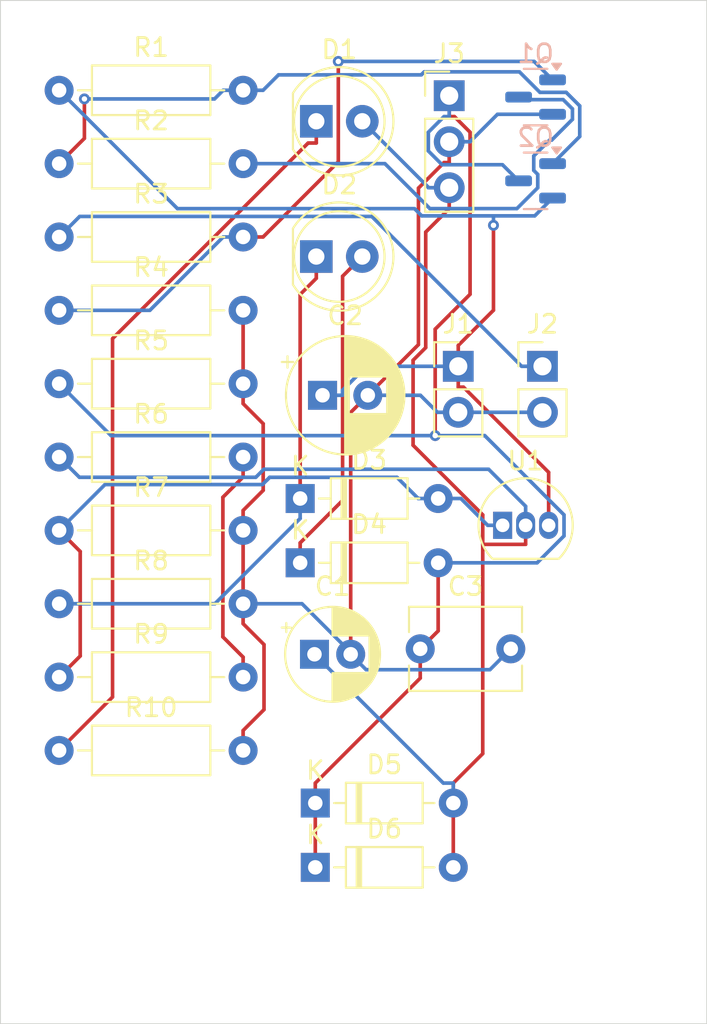
<source format=kicad_pcb>
(kicad_pcb (version 20241229) (generator "pcbnew") (generator_version "9.0")
  (layers (0 "F.Cu" signal) (2 "B.Cu" signal) (5 "F.SilkS" user "F.Silkscreen") (7 "B.SilkS" user "B.Silkscreen") (3 "B.Mask" user) (25 "Edge.Cuts" user))
  (net 0 "")
  (net 1 "Net-(D1-A)")
  (net 2 "GND")
  (net 3 "Net-(J1-Pin_1)")
  (net 4 "Net-(D4-A)")
  (net 5 "Net-(D1-K)")
  (net 6 "Net-(D2-K)")
  (net 7 "Net-(D2-A)")
  (net 8 "Net-(Q1-C)")
  (net 9 "Net-(D3-A)")
  (net 10 "Net-(J2-Pin_1)")
  (net 11 "Net-(Q1-B)")
  (net 12 "Net-(Q2-G)")
  (net 13 "Net-(R6-Pad2)")
  (footprint "Resistor_THT:R_Axial_DIN0207_L6.3mm_D2.5mm_P10.16mm_Horizontal" (layer "F.Cu") (at 18.24 48.31)
    (property "Reference" "R8" (at 5.08 -2.37 0) (layer "F.SilkS"))
    (property "Value" "3.3K")
    (pad "1" thru_hole circle (at 0 0) (size 1.6 1.6) (drill 0.8) (layers "*.Cu" "*.Mask") (net 6 "Net-(D2-K)"))
    (pad "2" thru_hole oval (at 10.16 0) (size 1.6 1.6) (drill 0.8) (layers "*.Cu" "*.Mask") (net 2 "GND"))
  )
  (footprint "Capacitor_THT:CP_Radial_D5.0mm_P2.00mm" (layer "F.Cu") (at 32.3398 51.1)
    (property "Reference" "C1" (at 1 -3.75 0) (layer "F.SilkS"))
    (property "Value" "4.7uF 25V")
    (pad "1" thru_hole rect (at 0 0) (size 1.6 1.6) (drill 0.8) (layers "*.Cu" "*.Mask") (net 1 "Net-(D1-A)"))
    (pad "2" thru_hole circle (at 2 0) (size 1.6 1.6) (drill 0.8) (layers "*.Cu" "*.Mask") (net 2 "GND"))
  )
  (footprint "Resistor_THT:R_Axial_DIN0207_L6.3mm_D2.5mm_P10.16mm_Horizontal" (layer "F.Cu") (at 18.24 56.41)
    (property "Reference" "R10" (at 5.08 -2.37 0) (layer "F.SilkS"))
    (property "Value" "820")
    (pad "1" thru_hole circle (at 0 0) (size 1.6 1.6) (drill 0.8) (layers "*.Cu" "*.Mask") (net 5 "Net-(D1-K)"))
    (pad "2" thru_hole oval (at 10.16 0) (size 1.6 1.6) (drill 0.8) (layers "*.Cu" "*.Mask") (net 2 "GND"))
  )
  (footprint "Resistor_THT:R_Axial_DIN0207_L6.3mm_D2.5mm_P10.16mm_Horizontal" (layer "F.Cu") (at 18.24 44.26)
    (property "Reference" "R7" (at 5.08 -2.37 0) (layer "F.SilkS"))
    (property "Value" "820")
    (pad "1" thru_hole circle (at 0 0) (size 1.6 1.6) (drill 0.8) (layers "*.Cu" "*.Mask") (net 9 "Net-(D3-A)"))
    (pad "2" thru_hole oval (at 10.16 0) (size 1.6 1.6) (drill 0.8) (layers "*.Cu" "*.Mask") (net 2 "GND"))
  )
  (footprint "Resistor_THT:R_Axial_DIN0207_L6.3mm_D2.5mm_P10.16mm_Horizontal" (layer "F.Cu") (at 18.24 28.06)
    (property "Reference" "R3" (at 5.08 -2.37 0) (layer "F.SilkS"))
    (property "Value" "3.3K")
    (pad "1" thru_hole circle (at 0 0) (size 1.6 1.6) (drill 0.8) (layers "*.Cu" "*.Mask") (net 10 "Net-(J2-Pin_1)"))
    (pad "2" thru_hole oval (at 10.16 0) (size 1.6 1.6) (drill 0.8) (layers "*.Cu" "*.Mask") (net 11 "Net-(Q1-B)"))
  )
  (footprint "Resistor_THT:R_Axial_DIN0207_L6.3mm_D2.5mm_P10.16mm_Horizontal" (layer "F.Cu") (at 18.24 32.11)
    (property "Reference" "R4" (at 5.08 -2.37 0) (layer "F.SilkS"))
    (property "Value" "2.7K")
    (pad "1" thru_hole circle (at 0 0) (size 1.6 1.6) (drill 0.8) (layers "*.Cu" "*.Mask") (net 11 "Net-(Q1-B)"))
    (pad "2" thru_hole oval (at 10.16 0) (size 1.6 1.6) (drill 0.8) (layers "*.Cu" "*.Mask") (net 2 "GND"))
  )
  (footprint "Resistor_THT:R_Axial_DIN0207_L6.3mm_D2.5mm_P10.16mm_Horizontal" (layer "F.Cu") (at 18.24 19.96)
    (property "Reference" "R1" (at 5.08 -2.37 0) (layer "F.SilkS"))
    (property "Value" "2.7K")
    (pad "1" thru_hole circle (at 0 0) (size 1.6 1.6) (drill 0.8) (layers "*.Cu" "*.Mask") (net 3 "Net-(J1-Pin_1)"))
    (pad "2" thru_hole oval (at 10.16 0) (size 1.6 1.6) (drill 0.8) (layers "*.Cu" "*.Mask") (net 12 "Net-(Q2-G)"))
  )
  (footprint "Connector_PinHeader_2.54mm:PinHeader_1x02_P2.54mm_Vertical" (layer "F.Cu") (at 44.93 35.2)
    (property "Reference" "J2" (at 0 -2.33 0) (layer "F.SilkS"))
    (property "Value" "Prog_EN")
    (pad "1" thru_hole rect (at 0 0) (size 1.7 1.7) (drill 1) (layers "*.Cu" "*.Mask") (net 10 "Net-(J2-Pin_1)"))
    (pad "2" thru_hole oval (at 0 2.54) (size 1.7 1.7) (drill 1) (layers "*.Cu" "*.Mask") (net 2 "GND"))
  )
  (footprint "LED_THT:LED_D5.0mm" (layer "F.Cu") (at 32.44 29.14)
    (property "Reference" "D2" (at 1.27 -3.96 0) (layer "F.SilkS"))
    (property "Value" "Prog_Ind")
    (pad "1" thru_hole rect (at 0 0) (size 1.8 1.8) (drill 0.9) (layers "*.Cu" "*.Mask") (net 6 "Net-(D2-K)"))
    (pad "2" thru_hole circle (at 2.54 0) (size 1.8 1.8) (drill 0.9) (layers "*.Cu" "*.Mask") (net 7 "Net-(D2-A)"))
  )
  (footprint "Connector_PinHeader_2.54mm:PinHeader_1x02_P2.54mm_Vertical" (layer "F.Cu") (at 40.28 35.2)
    (property "Reference" "J1" (at 0 -2.33 0) (layer "F.SilkS"))
    (property "Value" "13Vdc_In")
    (pad "1" thru_hole rect (at 0 0) (size 1.7 1.7) (drill 1) (layers "*.Cu" "*.Mask") (net 3 "Net-(J1-Pin_1)"))
    (pad "2" thru_hole oval (at 0 2.54) (size 1.7 1.7) (drill 1) (layers "*.Cu" "*.Mask") (net 2 "GND"))
  )
  (footprint "Capacitor_THT:CP_Radial_D6.3mm_P2.50mm" (layer "F.Cu") (at 32.7852 36.8)
    (property "Reference" "C2" (at 1.25 -4.4 0) (layer "F.SilkS"))
    (property "Value" "100uF 16V")
    (pad "1" thru_hole rect (at 0 0) (size 1.6 1.6) (drill 0.8) (layers "*.Cu" "*.Mask") (net 3 "Net-(J1-Pin_1)"))
    (pad "2" thru_hole circle (at 2.5 0) (size 1.6 1.6) (drill 0.8) (layers "*.Cu" "*.Mask") (net 2 "GND"))
  )
  (footprint "Package_TO_SOT_THT:TO-92_Inline" (layer "F.Cu") (at 42.73 43.98)
    (property "Reference" "U1" (at 1.27 -3.56 0) (layer "F.SilkS"))
    (property "Value" "LM317L_TO92")
    (pad "1" thru_hole rect (at 0 0) (size 1.05 1.5) (drill 0.75) (layers "*.Cu" "*.Mask") (net 9 "Net-(D3-A)"))
    (pad "2" thru_hole oval (at 1.27 0) (size 1.05 1.5) (drill 0.75) (layers "*.Cu" "*.Mask") (net 1 "Net-(D1-A)"))
    (pad "3" thru_hole oval (at 2.54 0) (size 1.05 1.5) (drill 0.75) (layers "*.Cu" "*.Mask") (net 3 "Net-(J1-Pin_1)"))
  )
  (footprint "Resistor_THT:R_Axial_DIN0207_L6.3mm_D2.5mm_P10.16mm_Horizontal" (layer "F.Cu") (at 18.24 36.16)
    (property "Reference" "R5" (at 5.08 -2.37 0) (layer "F.SilkS"))
    (property "Value" "2.7K")
    (pad "1" thru_hole circle (at 0 0) (size 1.6 1.6) (drill 0.8) (layers "*.Cu" "*.Mask") (net 4 "Net-(D4-A)"))
    (pad "2" thru_hole oval (at 10.16 0) (size 1.6 1.6) (drill 0.8) (layers "*.Cu" "*.Mask") (net 2 "GND"))
  )
  (footprint "LED_THT:LED_D5.0mm" (layer "F.Cu") (at 32.44 21.67)
    (property "Reference" "D1" (at 1.27 -3.96 0) (layer "F.SilkS"))
    (property "Value" "Power_Ind")
    (pad "1" thru_hole rect (at 0 0) (size 1.8 1.8) (drill 0.9) (layers "*.Cu" "*.Mask") (net 5 "Net-(D1-K)"))
    (pad "2" thru_hole circle (at 2.54 0) (size 1.8 1.8) (drill 0.9) (layers "*.Cu" "*.Mask") (net 1 "Net-(D1-A)"))
  )
  (footprint "Diode_THT:D_DO-35_SOD27_P7.62mm_Horizontal" (layer "F.Cu") (at 31.55 42.5)
    (property "Reference" "D3" (at 3.81 -2.12 0) (layer "F.SilkS"))
    (property "Value" "1N4148")
    (fp_text user "K" (at 0 -1.8 0) (layer "F.SilkS"))
    (pad "1" thru_hole rect (at 0 0) (size 1.6 1.6) (drill 0.8) (layers "*.Cu" "*.Mask") (net 6 "Net-(D2-K)"))
    (pad "2" thru_hole oval (at 7.62 0) (size 1.6 1.6) (drill 0.8) (layers "*.Cu" "*.Mask") (net 9 "Net-(D3-A)"))
  )
  (footprint "Resistor_THT:R_Axial_DIN0207_L6.3mm_D2.5mm_P10.16mm_Horizontal" (layer "F.Cu") (at 18.24 24.01)
    (property "Reference" "R2" (at 5.08 -2.37 0) (layer "F.SilkS"))
    (property "Value" "3.3K")
    (pad "1" thru_hole circle (at 0 0) (size 1.6 1.6) (drill 0.8) (layers "*.Cu" "*.Mask") (net 12 "Net-(Q2-G)"))
    (pad "2" thru_hole oval (at 10.16 0) (size 1.6 1.6) (drill 0.8) (layers "*.Cu" "*.Mask") (net 8 "Net-(Q1-C)"))
  )
  (footprint "Connector_PinHeader_2.54mm:PinHeader_1x03_P2.54mm_Vertical" (layer "F.Cu") (at 39.78 20.26)
    (property "Reference" "J3" (at 0 -2.33 0) (layer "F.SilkS"))
    (property "Value" "Vpp_Vcc_Out")
    (pad "1" thru_hole rect (at 0 0) (size 1.7 1.7) (drill 1) (layers "*.Cu" "*.Mask") (net 4 "Net-(D4-A)"))
    (pad "2" thru_hole oval (at 0 2.54) (size 1.7 1.7) (drill 1) (layers "*.Cu" "*.Mask") (net 2 "GND"))
    (pad "3" thru_hole oval (at 0 5.08) (size 1.7 1.7) (drill 1) (layers "*.Cu" "*.Mask") (net 1 "Net-(D1-A)"))
  )
  (footprint "Resistor_THT:R_Axial_DIN0207_L6.3mm_D2.5mm_P10.16mm_Horizontal" (layer "F.Cu") (at 18.24 52.36)
    (property "Reference" "R9" (at 5.08 -2.37 0) (layer "F.SilkS"))
    (property "Value" "6.8")
    (pad "1" thru_hole circle (at 0 0) (size 1.6 1.6) (drill 0.8) (layers "*.Cu" "*.Mask") (net 9 "Net-(D3-A)"))
    (pad "2" thru_hole oval (at 10.16 0) (size 1.6 1.6) (drill 0.8) (layers "*.Cu" "*.Mask") (net 13 "Net-(R6-Pad2)"))
  )
  (footprint "Diode_THT:D_DO-35_SOD27_P7.62mm_Horizontal" (layer "F.Cu") (at 31.55 46.05)
    (property "Reference" "D4" (at 3.81 -2.12 0) (layer "F.SilkS"))
    (property "Value" "1N4148")
    (fp_text user "K" (at 0 -1.8 0) (layer "F.SilkS"))
    (pad "1" thru_hole rect (at 0 0) (size 1.6 1.6) (drill 0.8) (layers "*.Cu" "*.Mask") (net 7 "Net-(D2-A)"))
    (pad "2" thru_hole oval (at 7.62 0) (size 1.6 1.6) (drill 0.8) (layers "*.Cu" "*.Mask") (net 4 "Net-(D4-A)"))
  )
  (footprint "Diode_THT:D_DO-35_SOD27_P7.62mm_Horizontal" (layer "F.Cu") (at 32.385 59.315)
    (property "Reference" "D5" (at 3.81 -2.12 0) (layer "F.SilkS"))
    (property "Value" "1N60")
    (fp_text user "K" (at 0 -1.8 0) (layer "F.SilkS"))
    (pad "1" thru_hole rect (at 0 0) (size 1.6 1.6) (drill 0.8) (layers "*.Cu" "*.Mask") (net 4 "Net-(D4-A)"))
    (pad "2" thru_hole oval (at 7.62 0) (size 1.6 1.6) (drill 0.8) (layers "*.Cu" "*.Mask") (net 1 "Net-(D1-A)"))
  )
  (footprint "Capacitor_THT:C_Disc_D6.0mm_W4.4mm_P5.00mm" (layer "F.Cu") (at 38.18 50.8)
    (property "Reference" "C3" (at 2.5 -3.45 0) (layer "F.SilkS"))
    (property "Value" "0.22uF 50V")
    (pad "1" thru_hole circle (at 0 0) (size 1.6 1.6) (drill 0.8) (layers "*.Cu" "*.Mask") (net 4 "Net-(D4-A)"))
    (pad "2" thru_hole circle (at 5 0) (size 1.6 1.6) (drill 0.8) (layers "*.Cu" "*.Mask") (net 2 "GND"))
  )
  (footprint "Diode_THT:D_DO-35_SOD27_P7.62mm_Horizontal" (layer "F.Cu") (at 32.385 62.865)
    (property "Reference" "D6" (at 3.81 -2.12 0) (layer "F.SilkS"))
    (property "Value" "1N60")
    (fp_text user "K" (at 0 -1.8 0) (layer "F.SilkS"))
    (pad "1" thru_hole rect (at 0 0) (size 1.6 1.6) (drill 0.8) (layers "*.Cu" "*.Mask") (net 4 "Net-(D4-A)"))
    (pad "2" thru_hole oval (at 7.62 0) (size 1.6 1.6) (drill 0.8) (layers "*.Cu" "*.Mask") (net 1 "Net-(D1-A)"))
  )
  (footprint "Resistor_THT:R_Axial_DIN0207_L6.3mm_D2.5mm_P10.16mm_Horizontal" (layer "F.Cu") (at 18.24 40.21)
    (property "Reference" "R6" (at 5.08 -2.37 0) (layer "F.SilkS"))
    (property "Value" "220")
    (pad "1" thru_hole circle (at 0 0) (size 1.6 1.6) (drill 0.8) (layers "*.Cu" "*.Mask") (net 1 "Net-(D1-A)"))
    (pad "2" thru_hole oval (at 10.16 0) (size 1.6 1.6) (drill 0.8) (layers "*.Cu" "*.Mask") (net 13 "Net-(R6-Pad2)"))
  )
  (footprint "Package_TO_SOT_SMD:SOT-23" (layer "B.Cu") (at 44.55 20.335 180)
    (property "Reference" "Q1" (at 0 2.4 0) (layer "B.SilkS") (effects (justify mirror)))
    (property "Value" "SST3904")
    (pad "1" smd roundrect (at -0.9375 0.95 180) (size 1.475 0.6) (layers "B.Cu" "B.Mask" "B.Paste") (net 11 "Net-(Q1-B)"))
    (pad "2" smd roundrect (at -0.9375 -0.95 180) (size 1.475 0.6) (layers "B.Cu" "B.Mask" "B.Paste") (net 2 "GND"))
    (pad "3" smd roundrect (at 0.9375 0 180) (size 1.475 0.6) (layers "B.Cu" "B.Mask" "B.Paste") (net 8 "Net-(Q1-C)"))
  )
  (footprint "Package_TO_SOT_SMD:SOT-23" (layer "B.Cu") (at 44.55 24.96 180)
    (property "Reference" "Q2" (at 0 2.4 0) (layer "B.SilkS") (effects (justify mirror)))
    (property "Value" "TM2301GN")
    (pad "1" smd roundrect (at -0.9375 0.95 180) (size 1.475 0.6) (layers "B.Cu" "B.Mask" "B.Paste") (net 12 "Net-(Q2-G)"))
    (pad "2" smd roundrect (at -0.9375 -0.95 180) (size 1.475 0.6) (layers "B.Cu" "B.Mask" "B.Paste") (net 3 "Net-(J1-Pin_1)"))
    (pad "3" smd roundrect (at 0.9375 0 180) (size 1.475 0.6) (layers "B.Cu" "B.Mask" "B.Paste") (net 4 "Net-(D4-A)"))
  )
  (gr_rect (start 15 15) (end 54 71.5) (stroke (width 0.05)) (fill no) (layer "Edge.Cuts"))
  (segment (start 38.4826 27.7891) (end 38.4826 34.1685) (width 0.2) (layer "F.Cu") (net 1))
  (segment (start 44 43.98) (end 44 45.0317) (width 0.2) (layer "F.Cu") (net 1))
  (segment (start 41.631 45.0317) (end 44 45.0317) (width 0.2) (layer "F.Cu") (net 1))
  (segment (start 38.4826 34.1685) (end 37.7854 34.8657) (width 0.2) (layer "F.Cu") (net 1))
  (segment (start 37.7854 39.5573) (end 41.631 43.4029) (width 0.2) (layer "F.Cu") (net 1))
  (segment (start 39.78 26.4917) (end 38.4826 27.7891) (width 0.2) (layer "F.Cu") (net 1))
  (segment (start 41.631 43.4029) (end 41.631 45.0317) (width 0.2) (layer "F.Cu") (net 1))
  (segment (start 40.005 58.2133) (end 41.631 56.5873) (width 0.2) (layer "F.Cu") (net 1))
  (segment (start 41.631 56.5873) (end 41.631 45.0317) (width 0.2) (layer "F.Cu") (net 1))
  (segment (start 40.005 62.865) (end 40.005 59.315) (width 0.2) (layer "F.Cu") (net 1))
  (segment (start 37.7854 34.8657) (end 37.7854 39.5573) (width 0.2) (layer "F.Cu") (net 1))
  (segment (start 39.78 25.34) (end 39.78 26.4917) (width 0.2) (layer "F.Cu") (net 1))
  (segment (start 40.005 59.315) (end 40.005 58.2133) (width 0.2) (layer "F.Cu") (net 1))
  (segment (start 41.9553 40.8836) (end 44 42.9283) (width 0.2) (layer "B.Cu") (net 1))
  (segment (start 40.005 59.315) (end 40.005 58.2133) (width 0.2) (layer "B.Cu") (net 1))
  (segment (start 18.24 40.21) (end 19.3581 41.3281) (width 0.2) (layer "B.Cu") (net 1))
  (segment (start 39.78 25.34) (end 38.6283 25.34) (width 0.2) (layer "B.Cu") (net 1))
  (segment (start 40.005 58.2133) (end 39.4531 58.2133) (width 0.2) (layer "B.Cu") (net 1))
  (segment (start 44 43.98) (end 44 42.9283) (width 0.2) (layer "B.Cu") (net 1))
  (segment (start 38.6283 25.3183) (end 38.6283 25.34) (width 0.2) (layer "B.Cu") (net 1))
  (segment (start 29.5445 40.8836) (end 41.9553 40.8836) (width 0.2) (layer "B.Cu") (net 1))
  (segment (start 39.4531 58.2133) (end 32.3398 51.1) (width 0.2) (layer "B.Cu") (net 1))
  (segment (start 34.98 21.67) (end 38.6283 25.3183) (width 0.2) (layer "B.Cu") (net 1))
  (segment (start 19.3581 41.3281) (end 29.1 41.3281) (width 0.2) (layer "B.Cu") (net 1))
  (segment (start 29.1 41.3281) (end 29.5445 40.8836) (width 0.2) (layer "B.Cu") (net 1))
  (segment (start 28.4 36.16) (end 28.4 37.2617) (width 0.2) (layer "F.Cu") (net 2))
  (segment (start 29.553 50.5647) (end 28.4 49.4117) (width 0.2) (layer "F.Cu") (net 2))
  (segment (start 38.0809 34.0022) (end 35.2852 36.7979) (width 0.2) (layer "F.Cu") (net 2))
  (segment (start 28.4 44.26) (end 28.4 43.1583) (width 0.2) (layer "F.Cu") (net 2))
  (segment (start 29.5081 38.3698) (end 29.5081 42.0502) (width 0.2) (layer "F.Cu") (net 2))
  (segment (start 34.3398 37.7454) (end 35.2852 36.8) (width 0.2) (layer "F.Cu") (net 2))
  (segment (start 28.4 44.26) (end 28.4 48.31) (width 0.2) (layer "F.Cu") (net 2))
  (segment (start 39.492 23.9517) (end 38.0809 25.3628) (width 0.2) (layer "F.Cu") (net 2))
  (segment (start 28.4 56.41) (end 28.4 55.3083) (width 0.2) (layer "F.Cu") (net 2))
  (segment (start 35.2852 36.7979) (end 35.2852 36.8) (width 0.2) (layer "F.Cu") (net 2))
  (segment (start 28.4 48.31) (end 28.4 49.4117) (width 0.2) (layer "F.Cu") (net 2))
  (segment (start 28.4 36.16) (end 28.4 32.11) (width 0.2) (layer "F.Cu") (net 2))
  (segment (start 28.4 55.3083) (end 29.553 54.1553) (width 0.2) (layer "F.Cu") (net 2))
  (segment (start 34.3398 51.1) (end 34.3398 37.7454) (width 0.2) (layer "F.Cu") (net 2))
  (segment (start 38.0809 25.3628) (end 38.0809 34.0022) (width 0.2) (layer "F.Cu") (net 2))
  (segment (start 39.78 22.8) (end 39.78 23.9517) (width 0.2) (layer "F.Cu") (net 2))
  (segment (start 39.78 23.9517) (end 39.492 23.9517) (width 0.2) (layer "F.Cu") (net 2))
  (segment (start 29.553 54.1553) (end 29.553 50.5647) (width 0.2) (layer "F.Cu") (net 2))
  (segment (start 29.5081 42.0502) (end 28.4 43.1583) (width 0.2) (layer "F.Cu") (net 2))
  (segment (start 28.4 37.2617) (end 29.5081 38.3698) (width 0.2) (layer "F.Cu") (net 2))
  (segment (start 44.93 37.74) (end 40.28 37.74) (width 0.2) (layer "B.Cu") (net 2))
  (segment (start 31.6514 48.31) (end 34.3398 50.9984) (width 0.2) (layer "B.Cu") (net 2))
  (segment (start 35.1917 51.9519) (end 42.0281 51.9519) (width 0.2) (layer "B.Cu") (net 2))
  (segment (start 42.4467 21.285) (end 45.4875 21.285) (width 0.2) (layer "B.Cu") (net 2))
  (segment (start 34.3398 50.9984) (end 34.3398 51.1) (width 0.2) (layer "B.Cu") (net 2))
  (segment (start 35.2852 36.8) (end 38.1883 36.8) (width 0.2) (layer "B.Cu") (net 2))
  (segment (start 34.3398 51.1) (end 35.1917 51.9519) (width 0.2) (layer "B.Cu") (net 2))
  (segment (start 28.4 48.31) (end 31.6514 48.31) (width 0.2) (layer "B.Cu") (net 2))
  (segment (start 40.28 37.74) (end 39.1283 37.74) (width 0.2) (layer "B.Cu") (net 2))
  (segment (start 42.0281 51.9519) (end 43.18 50.8) (width 0.2) (layer "B.Cu") (net 2))
  (segment (start 38.1883 36.8) (end 39.1283 37.74) (width 0.2) (layer "B.Cu") (net 2))
  (segment (start 40.9317 22.8) (end 42.4467 21.285) (width 0.2) (layer "B.Cu") (net 2))
  (segment (start 39.78 22.8) (end 40.9317 22.8) (width 0.2) (layer "B.Cu") (net 2))
  (segment (start 40.28 35.7758) (end 40.28 36.3517) (width 0.2) (layer "F.Cu") (net 3))
  (segment (start 40.28 36.3517) (end 40.5679 36.3517) (width 0.2) (layer "F.Cu") (net 3))
  (segment (start 42.2244 32.1039) (end 42.2244 27.4157) (width 0.2) (layer "F.Cu") (net 3))
  (segment (start 40.28 34.0483) (end 42.2244 32.1039) (width 0.2) (layer "F.Cu") (net 3))
  (segment (start 40.5679 36.3517) (end 45.27 41.0538) (width 0.2) (layer "F.Cu") (net 3))
  (segment (start 40.28 35.2) (end 40.28 34.0483) (width 0.2) (layer "F.Cu") (net 3))
  (segment (start 45.27 41.0538) (end 45.27 43.98) (width 0.2) (layer "F.Cu") (net 3))
  (segment (start 40.28 35.7758) (end 40.28 35.2) (width 0.2) (layer "F.Cu") (net 3))
  (via (at 42.2244 27.4157) (size 0.6) (drill 0.3) (layers "F.Cu" "B.Cu") (net 3))
  (segment (start 38.2618 26.8934) (end 42.2244 26.8934) (width 0.2) (layer "B.Cu") (net 3))
  (segment (start 44.5041 26.8934) (end 45.4875 25.91) (width 0.2) (layer "B.Cu") (net 3))
  (segment (start 33.8869 36.5246) (end 35.2115 35.2) (width 0.2) (layer "B.Cu") (net 3))
  (segment (start 42.2244 27.4157) (end 42.2244 26.8934) (width 0.2) (layer "B.Cu") (net 3))
  (segment (start 32.7852 36.8) (end 33.8869 36.8) (width 0.2) (layer "B.Cu") (net 3))
  (segment (start 18.24 19.96) (end 24.7732 26.4932) (width 0.2) (layer "B.Cu") (net 3))
  (segment (start 35.2115 35.2) (end 40.28 35.2) (width 0.2) (layer "B.Cu") (net 3))
  (segment (start 33.8869 36.8) (end 33.8869 36.5246) (width 0.2) (layer "B.Cu") (net 3))
  (segment (start 37.8616 26.4932) (end 38.2618 26.8934) (width 0.2) (layer "B.Cu") (net 3))
  (segment (start 24.7732 26.4932) (end 37.8616 26.4932) (width 0.2) (layer "B.Cu") (net 3))
  (segment (start 42.2244 26.8934) (end 44.5041 26.8934) (width 0.2) (layer "B.Cu") (net 3))
  (segment (start 38.18 50.8) (end 38.18 52.4183) (width 0.2) (layer "F.Cu") (net 4))
  (segment (start 32.385 59.315) (end 32.385 58.2133) (width 0.2) (layer "F.Cu") (net 4))
  (segment (start 38.18 50.8) (end 39.17 49.81) (width 0.2) (layer "F.Cu") (net 4))
  (segment (start 39.17 49.81) (end 39.17 46.05) (width 0.2) (layer "F.Cu") (net 4))
  (segment (start 39.78 21.4117) (end 40.068 21.4117) (width 0.2) (layer "F.Cu") (net 4))
  (segment (start 40.9317 22.2754) (end 40.9317 31.2221) (width 0.2) (layer "F.Cu") (net 4))
  (segment (start 38.18 52.4183) (end 32.385 58.2133) (width 0.2) (layer "F.Cu") (net 4))
  (segment (start 40.068 21.4117) (end 40.9317 22.2754) (width 0.2) (layer "F.Cu") (net 4))
  (segment (start 39.0053 33.1485) (end 39.0053 39.0271) (width 0.2) (layer "F.Cu") (net 4))
  (segment (start 39.78 20.26) (end 39.78 21.4117) (width 0.2) (layer "F.Cu") (net 4))
  (segment (start 32.385 62.865) (end 32.385 59.315) (width 0.2) (layer "F.Cu") (net 4))
  (segment (start 40.9317 31.2221) (end 39.0053 33.1485) (width 0.2) (layer "F.Cu") (net 4))
  (via (at 39.0053 39.0271) (size 0.6) (drill 0.3) (layers "F.Cu" "B.Cu") (net 4))
  (segment (start 39.3874 24.07) (end 38.6283 23.3109) (width 0.2) (layer "B.Cu") (net 4))
  (segment (start 41.7432 39.0271) (end 39.0053 39.0271) (width 0.2) (layer "B.Cu") (net 4))
  (segment (start 44.6346 46.05) (end 46.1194 44.5652) (width 0.2) (layer "B.Cu") (net 4))
  (segment (start 21.1071 39.0271) (end 39.0053 39.0271) (width 0.2) (layer "B.Cu") (net 4))
  (segment (start 38.6283 23.3109) (end 38.6283 22.2754) (width 0.2) (layer "B.Cu") (net 4))
  (segment (start 39.17 46.05) (end 44.6346 46.05) (width 0.2) (layer "B.Cu") (net 4))
  (segment (start 18.24 36.16) (end 21.1071 39.0271) (width 0.2) (layer "B.Cu") (net 4))
  (segment (start 43.6125 24.96) (end 42.7225 24.07) (width 0.2) (layer "B.Cu") (net 4))
  (segment (start 46.1194 43.4033) (end 41.7432 39.0271) (width 0.2) (layer "B.Cu") (net 4))
  (segment (start 42.7225 24.07) (end 39.3874 24.07) (width 0.2) (layer "B.Cu") (net 4))
  (segment (start 39.78 20.26) (end 39.78 21.4117) (width 0.2) (layer "B.Cu") (net 4))
  (segment (start 38.6283 22.2754) (end 39.492 21.4117) (width 0.2) (layer "B.Cu") (net 4))
  (segment (start 46.1194 44.5652) (end 46.1194 43.4033) (width 0.2) (layer "B.Cu") (net 4))
  (segment (start 39.492 21.4117) (end 39.78 21.4117) (width 0.2) (layer "B.Cu") (net 4))
  (segment (start 32.44 22.8717) (end 31.9894 22.8717) (width 0.2) (layer "F.Cu") (net 5))
  (segment (start 21.1898 53.4602) (end 18.24 56.41) (width 0.2) (layer "F.Cu") (net 5))
  (segment (start 31.9894 22.8717) (end 21.1898 33.6713) (width 0.2) (layer "F.Cu") (net 5))
  (segment (start 21.1898 33.6713) (end 21.1898 53.4602) (width 0.2) (layer "F.Cu") (net 5))
  (segment (start 32.44 21.67) (end 32.44 22.8717) (width 0.2) (layer "F.Cu") (net 5))
  (segment (start 31.55 42.5) (end 31.55 31.2317) (width 0.2) (layer "F.Cu") (net 6))
  (segment (start 31.55 31.2317) (end 32.44 30.3417) (width 0.2) (layer "F.Cu") (net 6))
  (segment (start 32.44 29.14) (end 32.44 30.3417) (width 0.2) (layer "F.Cu") (net 6))
  (segment (start 31.55 42.5) (end 31.55 43.6017) (width 0.2) (layer "B.Cu") (net 6))
  (segment (start 26.8417 48.31) (end 18.24 48.31) (width 0.2) (layer "B.Cu") (net 6))
  (segment (start 31.55 43.6017) (end 26.8417 48.31) (width 0.2) (layer "B.Cu") (net 6))
  (segment (start 33.8922 42.6061) (end 31.55 44.9483) (width 0.2) (layer "F.Cu") (net 7))
  (segment (start 33.8922 30.2278) (end 33.8922 42.6061) (width 0.2) (layer "F.Cu") (net 7))
  (segment (start 34.98 29.14) (end 33.8922 30.2278) (width 0.2) (layer "F.Cu") (net 7))
  (segment (start 31.55 46.05) (end 31.55 44.9483) (width 0.2) (layer "F.Cu") (net 7))
  (segment (start 45.3224 22.7117) (end 44.4477 23.5864) (width 0.2) (layer "B.Cu") (net 8))
  (segment (start 38.7109 26.4917) (end 36.2292 24.01) (width 0.2) (layer "B.Cu") (net 8))
  (segment (start 45.438 22.7117) (end 45.3224 22.7117) (width 0.2) (layer "B.Cu") (net 8))
  (segment (start 43.5183 26.4917) (end 38.7109 26.4917) (width 0.2) (layer "B.Cu") (net 8))
  (segment (start 44.4477 24.3827) (end 44.6689 24.6039) (width 0.2) (layer "B.Cu") (net 8))
  (segment (start 43.754 20.4765) (end 46.0737 20.4765) (width 0.2) (layer "B.Cu") (net 8))
  (segment (start 44.6689 25.3411) (end 43.5183 26.4917) (width 0.2) (layer "B.Cu") (net 8))
  (segment (start 44.6689 24.6039) (end 44.6689 25.3411) (width 0.2) (layer "B.Cu") (net 8))
  (segment (start 46.585 20.9878) (end 46.585 21.5647) (width 0.2) (layer "B.Cu") (net 8))
  (segment (start 46.585 21.5647) (end 45.438 22.7117) (width 0.2) (layer "B.Cu") (net 8))
  (segment (start 44.4477 23.5864) (end 44.4477 24.3827) (width 0.2) (layer "B.Cu") (net 8))
  (segment (start 46.0737 20.4765) (end 46.585 20.9878) (width 0.2) (layer "B.Cu") (net 8))
  (segment (start 43.6125 20.335) (end 43.754 20.4765) (width 0.2) (layer "B.Cu") (net 8))
  (segment (start 36.2292 24.01) (end 28.4 24.01) (width 0.2) (layer "B.Cu") (net 8))
  (segment (start 18.24 52.36) (end 19.4043 51.1957) (width 0.2) (layer "F.Cu") (net 9))
  (segment (start 19.4043 45.4243) (end 18.24 44.26) (width 0.2) (layer "F.Cu") (net 9))
  (segment (start 19.4043 51.1957) (end 19.4043 45.4243) (width 0.2) (layer "F.Cu") (net 9))
  (segment (start 36.8979 41.3296) (end 38.0683 42.5) (width 0.2) (layer "B.Cu") (net 9))
  (segment (start 29.7019 41.4944) (end 29.8667 41.3296) (width 0.2) (layer "B.Cu") (net 9))
  (segment (start 40.4233 42.5) (end 41.9033 43.98) (width 0.2) (layer "B.Cu") (net 9))
  (segment (start 20.7702 41.7298) (end 29.4665 41.7298) (width 0.2) (layer "B.Cu") (net 9))
  (segment (start 42.73 43.98) (end 41.9033 43.98) (width 0.2) (layer "B.Cu") (net 9))
  (segment (start 18.24 44.26) (end 20.7702 41.7298) (width 0.2) (layer "B.Cu") (net 9))
  (segment (start 39.17 42.5) (end 40.4233 42.5) (width 0.2) (layer "B.Cu") (net 9))
  (segment (start 38.6192 42.5) (end 38.0683 42.5) (width 0.2) (layer "B.Cu") (net 9))
  (segment (start 29.8667 41.3296) (end 36.8979 41.3296) (width 0.2) (layer "B.Cu") (net 9))
  (segment (start 29.7019 41.4944) (end 29.8667 41.3296) (width 0.2) (layer "B.Cu") (net 9))
  (segment (start 38.6192 42.5) (end 39.17 42.5) (width 0.2) (layer "B.Cu") (net 9))
  (segment (start 29.4665 41.7298) (end 29.7019 41.4944) (width 0.2) (layer "B.Cu") (net 9))
  (segment (start 44.93 35.2) (end 43.7783 35.2) (width 0.2) (layer "B.Cu") (net 10))
  (segment (start 35.5041 26.9258) (end 43.7783 35.2) (width 0.2) (layer "B.Cu") (net 10))
  (segment (start 18.24 28.06) (end 19.3742 26.9258) (width 0.2) (layer "B.Cu") (net 10))
  (segment (start 19.3742 26.9258) (end 35.5041 26.9258) (width 0.2) (layer "B.Cu") (net 10))
  (segment (start 28.4 28.06) (end 29.5017 28.06) (width 0.2) (layer "F.Cu") (net 11))
  (segment (start 33.656 23.9057) (end 29.5017 28.06) (width 0.2) (layer "F.Cu") (net 11))
  (segment (start 33.656 18.367) (end 33.656 23.9057) (width 0.2) (layer "F.Cu") (net 11))
  (via (at 33.656 18.367) (size 0.6) (drill 0.3) (layers "F.Cu" "B.Cu") (net 11))
  (segment (start 18.24 32.11) (end 23.2483 32.11) (width 0.2) (layer "B.Cu") (net 11))
  (segment (start 44.4695 18.367) (end 33.656 18.367) (width 0.2) (layer "B.Cu") (net 11))
  (segment (start 23.2483 32.11) (end 27.2983 28.06) (width 0.2) (layer "B.Cu") (net 11))
  (segment (start 28.4 28.06) (end 27.2983 28.06) (width 0.2) (layer "B.Cu") (net 11))
  (segment (start 45.4875 19.385) (end 44.4695 18.367) (width 0.2) (layer "B.Cu") (net 11))
  (segment (start 19.6356 22.6144) (end 19.6356 20.4373) (width 0.2) (layer "F.Cu") (net 12))
  (segment (start 18.24 24.01) (end 19.6356 22.6144) (width 0.2) (layer "F.Cu") (net 12))
  (via (at 19.6356 20.4373) (size 0.6) (drill 0.3) (layers "F.Cu" "B.Cu") (net 12))
  (segment (start 44.7899 20.0748) (end 46.24 20.0748) (width 0.2) (layer "B.Cu") (net 12))
  (segment (start 46.9867 22.5108) (end 45.4875 24.01) (width 0.2) (layer "B.Cu") (net 12))
  (segment (start 43.6571 18.942) (end 44.7899 20.0748) (width 0.2) (layer "B.Cu") (net 12))
  (segment (start 26.821 20.4373) (end 27.2983 19.96) (width 0.2) (layer "B.Cu") (net 12))
  (segment (start 38.4033 18.942) (end 38.237 19.1083) (width 0.2) (layer "B.Cu") (net 12))
  (segment (start 46.24 20.0748) (end 46.9867 20.8215) (width 0.2) (layer "B.Cu") (net 12))
  (segment (start 38.4033 18.942) (end 43.6571 18.942) (width 0.2) (layer "B.Cu") (net 12))
  (segment (start 46.9867 20.8215) (end 46.9867 22.5108) (width 0.2) (layer "B.Cu") (net 12))
  (segment (start 28.4 19.96) (end 27.2983 19.96) (width 0.2) (layer "B.Cu") (net 12))
  (segment (start 28.4 19.96) (end 29.5017 19.96) (width 0.2) (layer "B.Cu") (net 12))
  (segment (start 30.3534 19.1083) (end 29.5017 19.96) (width 0.2) (layer "B.Cu") (net 12))
  (segment (start 19.6356 20.4373) (end 26.821 20.4373) (width 0.2) (layer "B.Cu") (net 12))
  (segment (start 38.4033 18.942) (end 38.237 19.1083) (width 0.2) (layer "B.Cu") (net 12))
  (segment (start 38.237 19.1083) (end 30.3534 19.1083) (width 0.2) (layer "B.Cu") (net 12))
  (segment (start 27.2822 50.1405) (end 28.4 51.2583) (width 0.2) (layer "F.Cu") (net 13))
  (segment (start 28.4 40.21) (end 28.4 41.3117) (width 0.2) (layer "F.Cu") (net 13))
  (segment (start 27.2822 42.4295) (end 27.2822 50.1405) (width 0.2) (layer "F.Cu") (net 13))
  (segment (start 28.4 52.36) (end 28.4 51.2583) (width 0.2) (layer "F.Cu") (net 13))
  (segment (start 28.4 41.3117) (end 27.2822 42.4295) (width 0.2) (layer "F.Cu") (net 13))
)
</source>
